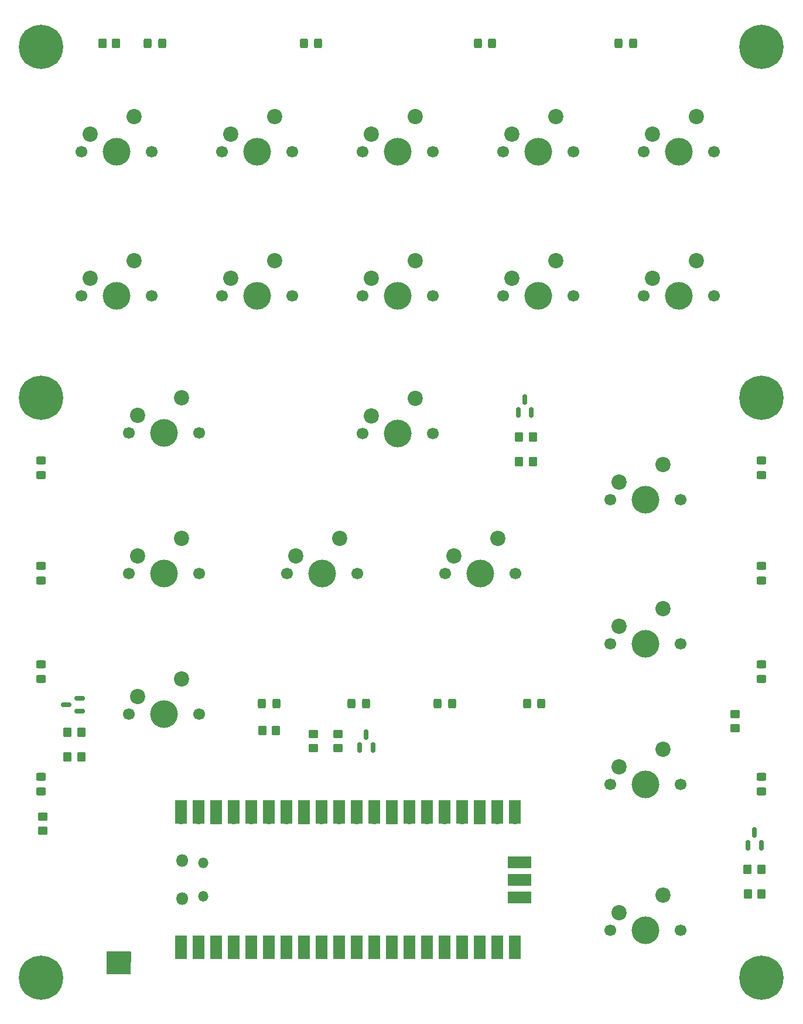
<source format=gbr>
%TF.GenerationSoftware,KiCad,Pcbnew,(7.0.0)*%
%TF.CreationDate,2023-07-30T16:01:18-03:00*%
%TF.ProjectId,Bad Thing of the Edge Keyboard,42616420-5468-4696-9e67-206f66207468,rev?*%
%TF.SameCoordinates,Original*%
%TF.FileFunction,Soldermask,Top*%
%TF.FilePolarity,Negative*%
%FSLAX46Y46*%
G04 Gerber Fmt 4.6, Leading zero omitted, Abs format (unit mm)*
G04 Created by KiCad (PCBNEW (7.0.0)) date 2023-07-30 16:01:18*
%MOMM*%
%LPD*%
G01*
G04 APERTURE LIST*
G04 Aperture macros list*
%AMRoundRect*
0 Rectangle with rounded corners*
0 $1 Rounding radius*
0 $2 $3 $4 $5 $6 $7 $8 $9 X,Y pos of 4 corners*
0 Add a 4 corners polygon primitive as box body*
4,1,4,$2,$3,$4,$5,$6,$7,$8,$9,$2,$3,0*
0 Add four circle primitives for the rounded corners*
1,1,$1+$1,$2,$3*
1,1,$1+$1,$4,$5*
1,1,$1+$1,$6,$7*
1,1,$1+$1,$8,$9*
0 Add four rect primitives between the rounded corners*
20,1,$1+$1,$2,$3,$4,$5,0*
20,1,$1+$1,$4,$5,$6,$7,0*
20,1,$1+$1,$6,$7,$8,$9,0*
20,1,$1+$1,$8,$9,$2,$3,0*%
G04 Aperture macros list end*
%ADD10RoundRect,0.250000X-0.350000X-0.450000X0.350000X-0.450000X0.350000X0.450000X-0.350000X0.450000X0*%
%ADD11C,1.700000*%
%ADD12C,4.000000*%
%ADD13C,2.200000*%
%ADD14C,6.400000*%
%ADD15RoundRect,0.250000X0.450000X-0.325000X0.450000X0.325000X-0.450000X0.325000X-0.450000X-0.325000X0*%
%ADD16RoundRect,0.150000X0.150000X-0.587500X0.150000X0.587500X-0.150000X0.587500X-0.150000X-0.587500X0*%
%ADD17RoundRect,0.250000X-0.325000X-0.450000X0.325000X-0.450000X0.325000X0.450000X-0.325000X0.450000X0*%
%ADD18RoundRect,0.250000X0.450000X-0.350000X0.450000X0.350000X-0.450000X0.350000X-0.450000X-0.350000X0*%
%ADD19RoundRect,0.250000X0.325000X0.450000X-0.325000X0.450000X-0.325000X-0.450000X0.325000X-0.450000X0*%
%ADD20RoundRect,0.250000X0.350000X0.450000X-0.350000X0.450000X-0.350000X-0.450000X0.350000X-0.450000X0*%
%ADD21O,1.800000X1.800000*%
%ADD22O,1.500000X1.500000*%
%ADD23O,1.700000X1.700000*%
%ADD24R,1.700000X3.500000*%
%ADD25R,1.700000X1.700000*%
%ADD26R,3.500000X1.700000*%
%ADD27RoundRect,0.150000X0.587500X0.150000X-0.587500X0.150000X-0.587500X-0.150000X0.587500X-0.150000X0*%
%ADD28RoundRect,0.250000X-0.450000X0.350000X-0.450000X-0.350000X0.450000X-0.350000X0.450000X0.350000X0*%
G04 APERTURE END LIST*
D10*
%TO.C,R7*%
X69089900Y-31449900D03*
X71089900Y-31449900D03*
%TD*%
D11*
%TO.C,SW14*%
X95824800Y-108077000D03*
D12*
X100904800Y-108077000D03*
D11*
X105984800Y-108077000D03*
D13*
X103444800Y-102997000D03*
X97094800Y-105537000D03*
%TD*%
D14*
%TO.C,J3*%
X164404800Y-166497000D03*
%TD*%
D11*
%TO.C,SW10*%
X142560800Y-97409000D03*
D12*
X147640800Y-97409000D03*
D11*
X152720800Y-97409000D03*
D13*
X150180800Y-92329000D03*
X143830800Y-94869000D03*
%TD*%
D14*
%TO.C,J2*%
X164404800Y-82677000D03*
%TD*%
D11*
%TO.C,SW16*%
X118684800Y-108077000D03*
D12*
X123764800Y-108077000D03*
D11*
X128844800Y-108077000D03*
D13*
X126304800Y-102997000D03*
X119954800Y-105537000D03*
%TD*%
D10*
%TO.C,R2*%
X64040000Y-134620000D03*
X66040000Y-134620000D03*
%TD*%
D15*
%TO.C,D15*%
X164404800Y-93862000D03*
X164404800Y-91812000D03*
%TD*%
D14*
%TO.C,J6*%
X60264800Y-31957900D03*
%TD*%
D11*
%TO.C,SW13*%
X72964800Y-87757000D03*
D12*
X78044800Y-87757000D03*
D11*
X83124800Y-87757000D03*
D13*
X80584800Y-82677000D03*
X74234800Y-85217000D03*
%TD*%
D16*
%TO.C,Q4*%
X162438800Y-147368500D03*
X164338800Y-147368500D03*
X163388800Y-145493500D03*
%TD*%
%TO.C,Q2*%
X106304000Y-133271500D03*
X108204000Y-133271500D03*
X107254000Y-131396500D03*
%TD*%
D17*
%TO.C,D6*%
X105132900Y-126873000D03*
X107182900Y-126873000D03*
%TD*%
D11*
%TO.C,SW5*%
X66106800Y-47117000D03*
D12*
X71186800Y-47117000D03*
D11*
X76266800Y-47117000D03*
D13*
X73726800Y-42037000D03*
X67376800Y-44577000D03*
%TD*%
D11*
%TO.C,SW7*%
X142560800Y-159639000D03*
D12*
X147640800Y-159639000D03*
D11*
X152720800Y-159639000D03*
D13*
X150180800Y-154559000D03*
X143830800Y-157099000D03*
%TD*%
D11*
%TO.C,SW9*%
X142560800Y-118237000D03*
D12*
X147640800Y-118237000D03*
D11*
X152720800Y-118237000D03*
D13*
X150180800Y-113157000D03*
X143830800Y-115697000D03*
%TD*%
D11*
%TO.C,SW6*%
X66106800Y-67945000D03*
D12*
X71186800Y-67945000D03*
D11*
X76266800Y-67945000D03*
D13*
X73726800Y-62865000D03*
X67376800Y-65405000D03*
%TD*%
D17*
%TO.C,D8*%
X117578900Y-126873000D03*
X119628900Y-126873000D03*
%TD*%
D14*
%TO.C,J4*%
X60264800Y-166497000D03*
%TD*%
D11*
%TO.C,SW11*%
X72964800Y-128397000D03*
D12*
X78044800Y-128397000D03*
D11*
X83124800Y-128397000D03*
D13*
X80584800Y-123317000D03*
X74234800Y-125857000D03*
%TD*%
D11*
%TO.C,SW20*%
X147386800Y-67945000D03*
D12*
X152466800Y-67945000D03*
D11*
X157546800Y-67945000D03*
D13*
X155006800Y-62865000D03*
X148656800Y-65405000D03*
%TD*%
D15*
%TO.C,D16*%
X164404800Y-109102000D03*
X164404800Y-107052000D03*
%TD*%
%TO.C,D2*%
X60264800Y-109102000D03*
X60264800Y-107052000D03*
%TD*%
D18*
%TO.C,R1*%
X60452000Y-145272000D03*
X60452000Y-143272000D03*
%TD*%
D15*
%TO.C,D4*%
X60264800Y-123317000D03*
X60264800Y-121267000D03*
%TD*%
D19*
%TO.C,D10*%
X145790900Y-31449900D03*
X143740900Y-31449900D03*
%TD*%
D15*
%TO.C,D13*%
X164404800Y-123317000D03*
X164404800Y-121267000D03*
%TD*%
D11*
%TO.C,SW2*%
X86426800Y-47117000D03*
D12*
X91506800Y-47117000D03*
D11*
X96586800Y-47117000D03*
D13*
X94046800Y-42037000D03*
X87696800Y-44577000D03*
%TD*%
D11*
%TO.C,SW8*%
X142560800Y-138557000D03*
D12*
X147640800Y-138557000D03*
D11*
X152720800Y-138557000D03*
D13*
X150180800Y-133477000D03*
X143830800Y-136017000D03*
%TD*%
D11*
%TO.C,SW15*%
X106746800Y-87837900D03*
D12*
X111826800Y-87837900D03*
D11*
X116906800Y-87837900D03*
D13*
X114366800Y-82757900D03*
X108016800Y-85297900D03*
%TD*%
D11*
%TO.C,SW1*%
X106746800Y-47117000D03*
D12*
X111826800Y-47117000D03*
D11*
X116906800Y-47117000D03*
D13*
X114366800Y-42037000D03*
X108016800Y-44577000D03*
%TD*%
D15*
%TO.C,D1*%
X60264800Y-93862000D03*
X60264800Y-91812000D03*
%TD*%
D18*
%TO.C,R5*%
X103124000Y-133350000D03*
X103124000Y-131350000D03*
%TD*%
D17*
%TO.C,D5*%
X92178900Y-126873000D03*
X94228900Y-126873000D03*
%TD*%
D10*
%TO.C,R4*%
X92202000Y-130810000D03*
X94202000Y-130810000D03*
%TD*%
D15*
%TO.C,D3*%
X60264800Y-139582000D03*
X60264800Y-137532000D03*
%TD*%
D20*
%TO.C,R8*%
X131318000Y-91948000D03*
X129318000Y-91948000D03*
%TD*%
D17*
%TO.C,D7*%
X130523900Y-126873000D03*
X132573900Y-126873000D03*
%TD*%
D10*
%TO.C,R9*%
X129318000Y-88392000D03*
X131318000Y-88392000D03*
%TD*%
D11*
%TO.C,SW17*%
X127066800Y-47117000D03*
D12*
X132146800Y-47117000D03*
D11*
X137226800Y-47117000D03*
D13*
X134686800Y-42037000D03*
X128336800Y-44577000D03*
%TD*%
D19*
%TO.C,D11*%
X77718900Y-31449900D03*
X75668900Y-31449900D03*
%TD*%
D20*
%TO.C,R11*%
X164388800Y-154432000D03*
X162388800Y-154432000D03*
%TD*%
D11*
%TO.C,SW18*%
X127066800Y-67945000D03*
D12*
X132146800Y-67945000D03*
D11*
X137226800Y-67945000D03*
D13*
X134686800Y-62865000D03*
X128336800Y-65405000D03*
%TD*%
D11*
%TO.C,SW4*%
X106746800Y-67945000D03*
D12*
X111826800Y-67945000D03*
D11*
X116906800Y-67945000D03*
D13*
X114366800Y-62865000D03*
X108016800Y-65405000D03*
%TD*%
D20*
%TO.C,R3*%
X66040000Y-131064000D03*
X64040000Y-131064000D03*
%TD*%
D15*
%TO.C,D14*%
X164404800Y-139582000D03*
X164404800Y-137532000D03*
%TD*%
D18*
%TO.C,R10*%
X160594800Y-130429000D03*
X160594800Y-128429000D03*
%TD*%
D14*
%TO.C,J1*%
X164404800Y-31957900D03*
%TD*%
D11*
%TO.C,SW3*%
X86426800Y-67945000D03*
D12*
X91506800Y-67945000D03*
D11*
X96586800Y-67945000D03*
D13*
X94046800Y-62865000D03*
X87696800Y-65405000D03*
%TD*%
D14*
%TO.C,J5*%
X60264800Y-82677000D03*
%TD*%
D11*
%TO.C,SW12*%
X72964800Y-108077000D03*
D12*
X78044800Y-108077000D03*
D11*
X83124800Y-108077000D03*
D13*
X80584800Y-102997000D03*
X74234800Y-105537000D03*
%TD*%
D21*
%TO.C,U1*%
X80633899Y-155078899D03*
D22*
X83663899Y-154778899D03*
X83663899Y-149928899D03*
D21*
X80633899Y-149628899D03*
D23*
X80503899Y-161243899D03*
D24*
X80503899Y-162143899D03*
D23*
X83043899Y-161243899D03*
D24*
X83043899Y-162143899D03*
D25*
X85583899Y-161243899D03*
D24*
X85583899Y-162143899D03*
D23*
X88123899Y-161243899D03*
D24*
X88123899Y-162143899D03*
D23*
X90663899Y-161243899D03*
D24*
X90663899Y-162143899D03*
D23*
X93203899Y-161243899D03*
D24*
X93203899Y-162143899D03*
D23*
X95743899Y-161243899D03*
D24*
X95743899Y-162143899D03*
D25*
X98283899Y-161243899D03*
D24*
X98283899Y-162143899D03*
D23*
X100823899Y-161243899D03*
D24*
X100823899Y-162143899D03*
D23*
X103363899Y-161243899D03*
D24*
X103363899Y-162143899D03*
D23*
X105903899Y-161243899D03*
D24*
X105903899Y-162143899D03*
D23*
X108443899Y-161243899D03*
D24*
X108443899Y-162143899D03*
D25*
X110983899Y-161243899D03*
D24*
X110983899Y-162143899D03*
D23*
X113523899Y-161243899D03*
D24*
X113523899Y-162143899D03*
D23*
X116063899Y-161243899D03*
D24*
X116063899Y-162143899D03*
D23*
X118603899Y-161243899D03*
D24*
X118603899Y-162143899D03*
D23*
X121143899Y-161243899D03*
D24*
X121143899Y-162143899D03*
D25*
X123683899Y-161243899D03*
D24*
X123683899Y-162143899D03*
D23*
X126223899Y-161243899D03*
D24*
X126223899Y-162143899D03*
D23*
X128763899Y-161243899D03*
D24*
X128763899Y-162143899D03*
D23*
X128763899Y-143463899D03*
D24*
X128763899Y-142563899D03*
D23*
X126223899Y-143463899D03*
D24*
X126223899Y-142563899D03*
D25*
X123683899Y-143463899D03*
D24*
X123683899Y-142563899D03*
D23*
X121143899Y-143463899D03*
D24*
X121143899Y-142563899D03*
D23*
X118603899Y-143463899D03*
D24*
X118603899Y-142563899D03*
D23*
X116063899Y-143463899D03*
D24*
X116063899Y-142563899D03*
D23*
X113523899Y-143463899D03*
D24*
X113523899Y-142563899D03*
D25*
X110983899Y-143463899D03*
D24*
X110983899Y-142563899D03*
D23*
X108443899Y-143463899D03*
D24*
X108443899Y-142563899D03*
D23*
X105903899Y-143463899D03*
D24*
X105903899Y-142563899D03*
D23*
X103363899Y-143463899D03*
D24*
X103363899Y-142563899D03*
D23*
X100823899Y-143463899D03*
D24*
X100823899Y-142563899D03*
D25*
X98283899Y-143463899D03*
D24*
X98283899Y-142563899D03*
D23*
X95743899Y-143463899D03*
D24*
X95743899Y-142563899D03*
D23*
X93203899Y-143463899D03*
D24*
X93203899Y-142563899D03*
D23*
X90663899Y-143463899D03*
D24*
X90663899Y-142563899D03*
D23*
X88123899Y-143463899D03*
D24*
X88123899Y-142563899D03*
D25*
X85583899Y-143463899D03*
D24*
X85583899Y-142563899D03*
D23*
X83043899Y-143463899D03*
D24*
X83043899Y-142563899D03*
D23*
X80503899Y-143463899D03*
D24*
X80503899Y-142563899D03*
D23*
X128533899Y-154893899D03*
D26*
X129433899Y-154893899D03*
D25*
X128533899Y-152353899D03*
D26*
X129433899Y-152353899D03*
D23*
X128533899Y-149813899D03*
D26*
X129433899Y-149813899D03*
%TD*%
D16*
%TO.C,Q3*%
X129192500Y-84836000D03*
X131092500Y-84836000D03*
X130142500Y-82961000D03*
%TD*%
D27*
%TO.C,Q1*%
X65774300Y-128016000D03*
X65774300Y-126116000D03*
X63899300Y-127066000D03*
%TD*%
D19*
%TO.C,D12*%
X100315900Y-31449900D03*
X98265900Y-31449900D03*
%TD*%
D28*
%TO.C,R6*%
X99568000Y-131350000D03*
X99568000Y-133350000D03*
%TD*%
D19*
%TO.C,D9*%
X125461900Y-31449900D03*
X123411900Y-31449900D03*
%TD*%
D11*
%TO.C,SW19*%
X147386800Y-47117000D03*
D12*
X152466800Y-47117000D03*
D11*
X157546800Y-47117000D03*
D13*
X155006800Y-42037000D03*
X148656800Y-44577000D03*
%TD*%
D10*
%TO.C,R12*%
X162338000Y-150876000D03*
X164338000Y-150876000D03*
%TD*%
G36*
X73176818Y-162733872D02*
G01*
X73222247Y-162779651D01*
X73238539Y-162842054D01*
X73215047Y-165896054D01*
X73198119Y-165957650D01*
X73152775Y-166002646D01*
X73091051Y-166019100D01*
X69807500Y-166019100D01*
X69745500Y-166002487D01*
X69700113Y-165957100D01*
X69683500Y-165895100D01*
X69683500Y-162841100D01*
X69700113Y-162779100D01*
X69745500Y-162733713D01*
X69807500Y-162717100D01*
X73114543Y-162717100D01*
X73176818Y-162733872D01*
G37*
M02*

</source>
